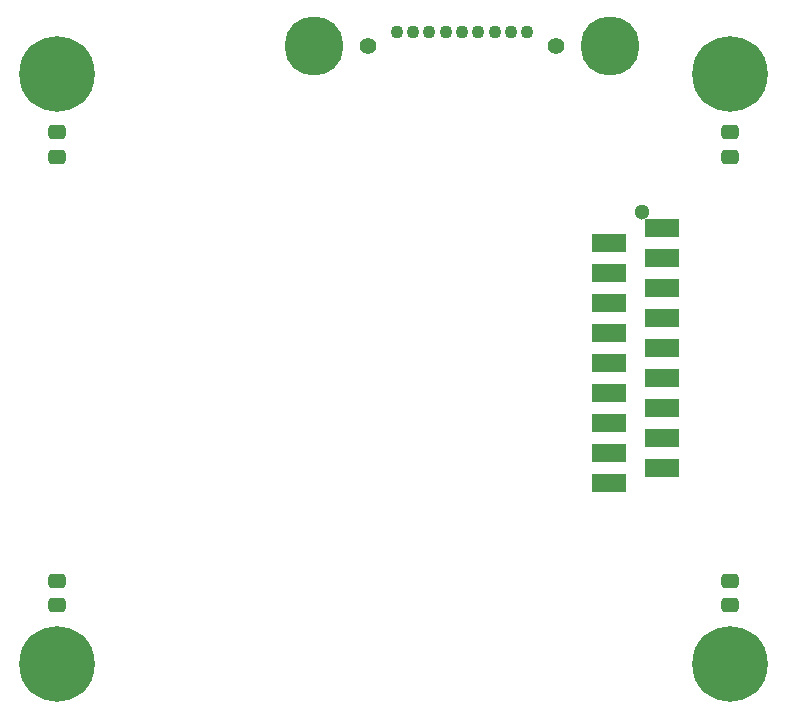
<source format=gts>
G04 #@! TF.GenerationSoftware,KiCad,Pcbnew,(6.0.11)*
G04 #@! TF.CreationDate,2024-01-03T02:28:53+00:00*
G04 #@! TF.ProjectId,Tait_TM8XXX_TNC_Adapter,54616974-5f54-44d3-9858-58585f544e43,rev?*
G04 #@! TF.SameCoordinates,Original*
G04 #@! TF.FileFunction,Soldermask,Top*
G04 #@! TF.FilePolarity,Negative*
%FSLAX46Y46*%
G04 Gerber Fmt 4.6, Leading zero omitted, Abs format (unit mm)*
G04 Created by KiCad (PCBNEW (6.0.11)) date 2024-01-03 02:28:53*
%MOMM*%
%LPD*%
G01*
G04 APERTURE LIST*
G04 Aperture macros list*
%AMRoundRect*
0 Rectangle with rounded corners*
0 $1 Rounding radius*
0 $2 $3 $4 $5 $6 $7 $8 $9 X,Y pos of 4 corners*
0 Add a 4 corners polygon primitive as box body*
4,1,4,$2,$3,$4,$5,$6,$7,$8,$9,$2,$3,0*
0 Add four circle primitives for the rounded corners*
1,1,$1+$1,$2,$3*
1,1,$1+$1,$4,$5*
1,1,$1+$1,$6,$7*
1,1,$1+$1,$8,$9*
0 Add four rect primitives between the rounded corners*
20,1,$1+$1,$2,$3,$4,$5,0*
20,1,$1+$1,$4,$5,$6,$7,0*
20,1,$1+$1,$6,$7,$8,$9,0*
20,1,$1+$1,$8,$9,$2,$3,0*%
G04 Aperture macros list end*
%ADD10C,1.400000*%
%ADD11C,5.000000*%
%ADD12C,1.100000*%
%ADD13C,6.400000*%
%ADD14RoundRect,0.250000X-0.475000X0.337500X-0.475000X-0.337500X0.475000X-0.337500X0.475000X0.337500X0*%
%ADD15RoundRect,0.250000X0.475000X-0.337500X0.475000X0.337500X-0.475000X0.337500X-0.475000X-0.337500X0*%
%ADD16C,1.300000*%
%ADD17R,3.000000X1.500000*%
G04 APERTURE END LIST*
D10*
X180231525Y-51356930D03*
D11*
X175716525Y-51356930D03*
D10*
X196191525Y-51356930D03*
D11*
X200706525Y-51356930D03*
D12*
X193751525Y-50156930D03*
X190981525Y-50156930D03*
X188211525Y-50156930D03*
X185441525Y-50156930D03*
X182671525Y-50156930D03*
X192366525Y-50156930D03*
X189596525Y-50156930D03*
X186826525Y-50156930D03*
X184056525Y-50156930D03*
D13*
X210876503Y-53647987D03*
X153876015Y-103647461D03*
D14*
X210876503Y-58610487D03*
X210876503Y-60685487D03*
D13*
X210876503Y-103647461D03*
D14*
X153876015Y-58610487D03*
X153876015Y-60685487D03*
D15*
X153876015Y-98684961D03*
X153876015Y-96609961D03*
X210876503Y-98684961D03*
X210876503Y-96609961D03*
D13*
X153876015Y-53647987D03*
D16*
X203457681Y-65364528D03*
D17*
X205177681Y-66764528D03*
X200677681Y-68034528D03*
X205177681Y-69304528D03*
X200677681Y-70574528D03*
X205177681Y-71844528D03*
X200677681Y-73114528D03*
X205177681Y-74384528D03*
X200677681Y-75654528D03*
X205177681Y-76924528D03*
X200677681Y-78194528D03*
X205177681Y-79464528D03*
X200677681Y-80734528D03*
X205177681Y-82004528D03*
X200677681Y-83274528D03*
X205177681Y-84544528D03*
X200677681Y-85814528D03*
X205177681Y-87084528D03*
X200677681Y-88354528D03*
M02*

</source>
